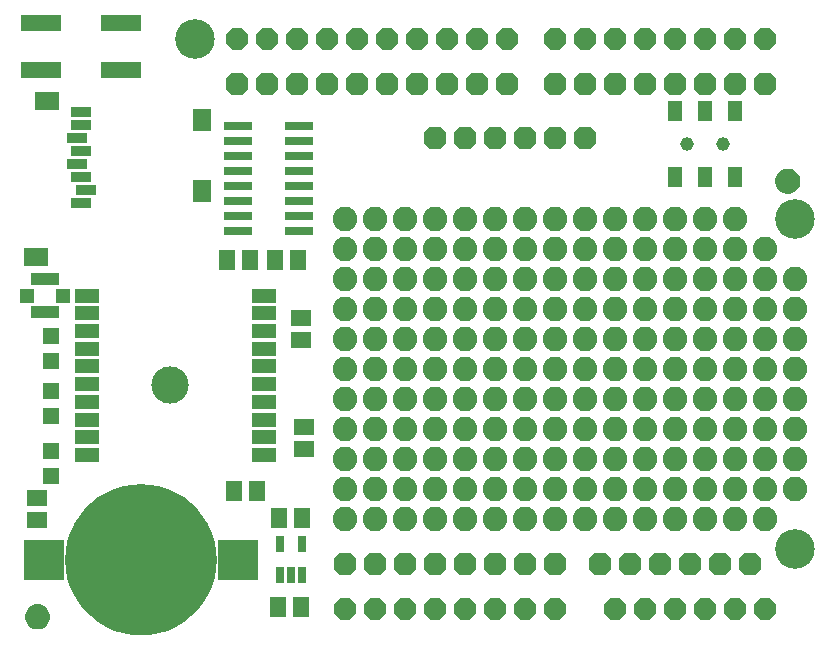
<source format=gbr>
G04 EAGLE Gerber RS-274X export*
G75*
%MOMM*%
%FSLAX34Y34*%
%LPD*%
%INSoldermask Top*%
%IPPOS*%
%AMOC8*
5,1,8,0,0,1.08239X$1,22.5*%
G01*
%ADD10C,3.352400*%
%ADD11R,2.152400X1.152400*%
%ADD12C,3.152400*%
%ADD13R,0.702400X1.352400*%
%ADD14R,1.352400X1.352400*%
%ADD15R,1.652400X1.452400*%
%ADD16R,1.452400X1.652400*%
%ADD17C,6.502400*%
%ADD18R,3.352400X3.352400*%
%ADD19R,2.352400X1.002400*%
%ADD20R,1.202400X1.152400*%
%ADD21R,3.352400X1.352400*%
%ADD22P,2.089446X8X292.500000*%
%ADD23P,2.089446X8X112.500000*%
%ADD24P,1.979475X8X22.500000*%
%ADD25R,2.352400X0.752400*%
%ADD26R,2.052400X1.552400*%
%ADD27R,1.552400X1.952400*%
%ADD28R,1.652400X0.852400*%
%ADD29R,1.152400X1.652400*%
%ADD30C,1.152400*%
%ADD31C,2.082800*%

G36*
X114372Y3640D02*
X114372Y3640D01*
X114404Y3648D01*
X114448Y3649D01*
X121991Y5031D01*
X122022Y5043D01*
X122065Y5050D01*
X129386Y7331D01*
X129415Y7346D01*
X129458Y7358D01*
X136450Y10505D01*
X136477Y10524D01*
X136518Y10541D01*
X143080Y14508D01*
X143105Y14530D01*
X143143Y14551D01*
X149179Y19280D01*
X149201Y19305D01*
X149237Y19331D01*
X154659Y24753D01*
X154678Y24780D01*
X154710Y24811D01*
X159439Y30847D01*
X159454Y30876D01*
X159482Y30910D01*
X163449Y37472D01*
X163461Y37503D01*
X163485Y37540D01*
X166632Y44532D01*
X166640Y44564D01*
X166659Y44604D01*
X168940Y51925D01*
X168944Y51957D01*
X168959Y51999D01*
X170341Y59542D01*
X170341Y59575D01*
X170350Y59618D01*
X170813Y67272D01*
X170809Y67304D01*
X170813Y67348D01*
X170350Y75002D01*
X170342Y75034D01*
X170341Y75078D01*
X168959Y82621D01*
X168947Y82652D01*
X168940Y82695D01*
X166659Y90016D01*
X166644Y90045D01*
X166632Y90088D01*
X163485Y97080D01*
X163466Y97107D01*
X163449Y97148D01*
X159482Y103710D01*
X159475Y103719D01*
X159472Y103726D01*
X159456Y103743D01*
X159439Y103773D01*
X154710Y109809D01*
X154685Y109831D01*
X154659Y109867D01*
X149237Y115289D01*
X149211Y115307D01*
X149210Y115308D01*
X149209Y115308D01*
X149179Y115340D01*
X143143Y120069D01*
X143114Y120084D01*
X143080Y120112D01*
X136518Y124079D01*
X136487Y124091D01*
X136450Y124115D01*
X129458Y127262D01*
X129426Y127270D01*
X129386Y127289D01*
X122065Y129570D01*
X122033Y129574D01*
X121991Y129589D01*
X114448Y130971D01*
X114415Y130971D01*
X114372Y130980D01*
X106718Y131443D01*
X106686Y131439D01*
X106642Y131443D01*
X98988Y130980D01*
X98956Y130972D01*
X98912Y130971D01*
X91369Y129589D01*
X91338Y129577D01*
X91295Y129570D01*
X83974Y127289D01*
X83945Y127274D01*
X83902Y127262D01*
X76910Y124115D01*
X76883Y124096D01*
X76842Y124079D01*
X70280Y120112D01*
X70255Y120091D01*
X70217Y120069D01*
X64181Y115340D01*
X64159Y115315D01*
X64123Y115289D01*
X58701Y109867D01*
X58682Y109840D01*
X58650Y109809D01*
X53921Y103773D01*
X53906Y103744D01*
X53878Y103710D01*
X49911Y97148D01*
X49899Y97117D01*
X49875Y97080D01*
X46728Y90088D01*
X46720Y90056D01*
X46701Y90016D01*
X44420Y82695D01*
X44416Y82663D01*
X44401Y82621D01*
X43019Y75078D01*
X43019Y75045D01*
X43010Y75002D01*
X42547Y67348D01*
X42551Y67316D01*
X42547Y67272D01*
X43010Y59618D01*
X43018Y59586D01*
X43019Y59542D01*
X44401Y51999D01*
X44413Y51968D01*
X44420Y51925D01*
X46701Y44604D01*
X46716Y44575D01*
X46728Y44532D01*
X49875Y37540D01*
X49894Y37513D01*
X49911Y37472D01*
X53878Y30910D01*
X53900Y30885D01*
X53921Y30847D01*
X58650Y24811D01*
X58675Y24789D01*
X58701Y24753D01*
X64123Y19331D01*
X64150Y19312D01*
X64181Y19280D01*
X70217Y14551D01*
X70246Y14536D01*
X70280Y14508D01*
X76842Y10541D01*
X76873Y10529D01*
X76910Y10505D01*
X83902Y7358D01*
X83934Y7350D01*
X83974Y7331D01*
X91295Y5050D01*
X91327Y5046D01*
X91369Y5031D01*
X98912Y3649D01*
X98945Y3649D01*
X98988Y3640D01*
X106642Y3177D01*
X106674Y3181D01*
X106718Y3177D01*
X114372Y3640D01*
G37*
G36*
X656072Y377320D02*
X656072Y377320D01*
X656115Y377332D01*
X656181Y377339D01*
X657864Y377790D01*
X657905Y377809D01*
X657968Y377828D01*
X659548Y378565D01*
X659585Y378591D01*
X659644Y378620D01*
X661072Y379620D01*
X661103Y379652D01*
X661156Y379691D01*
X662389Y380924D01*
X662414Y380960D01*
X662460Y381008D01*
X663460Y382436D01*
X663478Y382477D01*
X663515Y382532D01*
X664252Y384112D01*
X664263Y384155D01*
X664290Y384216D01*
X664741Y385899D01*
X664743Y385931D01*
X664750Y385952D01*
X664750Y385967D01*
X664760Y386008D01*
X664912Y387745D01*
X664908Y387789D01*
X664912Y387855D01*
X664760Y389592D01*
X664748Y389635D01*
X664741Y389701D01*
X664290Y391384D01*
X664271Y391425D01*
X664252Y391488D01*
X663515Y393068D01*
X663489Y393105D01*
X663460Y393164D01*
X662460Y394592D01*
X662428Y394623D01*
X662389Y394676D01*
X661156Y395909D01*
X661120Y395934D01*
X661072Y395980D01*
X659644Y396980D01*
X659603Y396998D01*
X659548Y397035D01*
X657968Y397772D01*
X657925Y397783D01*
X657864Y397810D01*
X656181Y398261D01*
X656136Y398264D01*
X656072Y398280D01*
X654335Y398432D01*
X654291Y398428D01*
X654225Y398432D01*
X652488Y398280D01*
X652445Y398268D01*
X652379Y398261D01*
X650696Y397810D01*
X650655Y397791D01*
X650592Y397772D01*
X649012Y397035D01*
X648975Y397009D01*
X648916Y396980D01*
X647488Y395980D01*
X647457Y395948D01*
X647404Y395909D01*
X646171Y394676D01*
X646146Y394640D01*
X646100Y394592D01*
X645100Y393164D01*
X645082Y393123D01*
X645045Y393068D01*
X644308Y391488D01*
X644297Y391445D01*
X644270Y391384D01*
X643819Y389701D01*
X643816Y389656D01*
X643800Y389592D01*
X643648Y387855D01*
X643652Y387811D01*
X643648Y387745D01*
X643800Y386008D01*
X643812Y385965D01*
X643816Y385931D01*
X643816Y385915D01*
X643818Y385910D01*
X643819Y385899D01*
X644270Y384216D01*
X644289Y384175D01*
X644308Y384112D01*
X645045Y382532D01*
X645071Y382495D01*
X645100Y382436D01*
X646100Y381008D01*
X646132Y380977D01*
X646171Y380924D01*
X647404Y379691D01*
X647440Y379666D01*
X647488Y379620D01*
X648916Y378620D01*
X648957Y378602D01*
X649012Y378565D01*
X650592Y377828D01*
X650635Y377817D01*
X650696Y377790D01*
X652379Y377339D01*
X652424Y377336D01*
X652488Y377320D01*
X654225Y377168D01*
X654269Y377172D01*
X654335Y377168D01*
X656072Y377320D01*
G37*
G36*
X20842Y8570D02*
X20842Y8570D01*
X20885Y8582D01*
X20951Y8589D01*
X22634Y9040D01*
X22675Y9059D01*
X22738Y9078D01*
X24318Y9815D01*
X24355Y9841D01*
X24414Y9870D01*
X25842Y10870D01*
X25873Y10902D01*
X25926Y10941D01*
X27159Y12174D01*
X27184Y12210D01*
X27230Y12258D01*
X28230Y13686D01*
X28248Y13727D01*
X28285Y13782D01*
X29022Y15362D01*
X29033Y15405D01*
X29060Y15466D01*
X29511Y17149D01*
X29513Y17181D01*
X29520Y17202D01*
X29520Y17217D01*
X29530Y17258D01*
X29682Y18995D01*
X29678Y19039D01*
X29682Y19105D01*
X29530Y20842D01*
X29518Y20885D01*
X29511Y20951D01*
X29060Y22634D01*
X29041Y22675D01*
X29022Y22738D01*
X28285Y24318D01*
X28259Y24355D01*
X28230Y24414D01*
X27230Y25842D01*
X27198Y25873D01*
X27159Y25926D01*
X25926Y27159D01*
X25890Y27184D01*
X25842Y27230D01*
X24414Y28230D01*
X24373Y28248D01*
X24318Y28285D01*
X22738Y29022D01*
X22695Y29033D01*
X22634Y29060D01*
X20951Y29511D01*
X20906Y29514D01*
X20842Y29530D01*
X19105Y29682D01*
X19061Y29678D01*
X18995Y29682D01*
X17258Y29530D01*
X17215Y29518D01*
X17149Y29511D01*
X15466Y29060D01*
X15425Y29041D01*
X15362Y29022D01*
X13782Y28285D01*
X13745Y28259D01*
X13686Y28230D01*
X12258Y27230D01*
X12227Y27198D01*
X12174Y27159D01*
X10941Y25926D01*
X10916Y25890D01*
X10870Y25842D01*
X9870Y24414D01*
X9852Y24373D01*
X9815Y24318D01*
X9078Y22738D01*
X9067Y22695D01*
X9040Y22634D01*
X8589Y20951D01*
X8586Y20906D01*
X8570Y20842D01*
X8418Y19105D01*
X8422Y19061D01*
X8418Y18995D01*
X8570Y17258D01*
X8582Y17215D01*
X8586Y17181D01*
X8586Y17165D01*
X8588Y17160D01*
X8589Y17149D01*
X9040Y15466D01*
X9059Y15425D01*
X9078Y15362D01*
X9815Y13782D01*
X9841Y13745D01*
X9870Y13686D01*
X10870Y12258D01*
X10902Y12227D01*
X10941Y12174D01*
X12174Y10941D01*
X12210Y10916D01*
X12258Y10870D01*
X13686Y9870D01*
X13727Y9852D01*
X13782Y9815D01*
X15362Y9078D01*
X15405Y9067D01*
X15466Y9040D01*
X17149Y8589D01*
X17194Y8586D01*
X17258Y8570D01*
X18995Y8418D01*
X19039Y8422D01*
X19105Y8418D01*
X20842Y8570D01*
G37*
D10*
X152400Y508000D03*
X660400Y355600D03*
X660400Y76200D03*
D11*
X210890Y156020D03*
X210890Y171020D03*
X210890Y186020D03*
X210890Y201020D03*
X210890Y216020D03*
X210890Y231020D03*
X210890Y246020D03*
X210890Y261020D03*
X210890Y276020D03*
X210890Y291020D03*
X60890Y291020D03*
X60890Y276020D03*
X60890Y261020D03*
X60890Y246020D03*
X60890Y231020D03*
X60890Y216020D03*
X60890Y201020D03*
X60890Y186020D03*
X60890Y171020D03*
X60890Y156020D03*
D12*
X130890Y215020D03*
D13*
X224420Y54309D03*
X233920Y54309D03*
X243420Y54309D03*
X243420Y80311D03*
X224420Y80311D03*
D14*
X30480Y256880D03*
X30480Y235880D03*
D15*
X242330Y253390D03*
X242330Y272390D03*
X245110Y160920D03*
X245110Y179920D03*
D16*
X223940Y102870D03*
X242940Y102870D03*
X185840Y125730D03*
X204840Y125730D03*
X241910Y26910D03*
X222910Y26910D03*
D17*
X106680Y67310D03*
D18*
X188934Y67310D03*
X24426Y67310D03*
D19*
X25400Y304580D03*
X25400Y277080D03*
D20*
X40650Y290830D03*
X10150Y290830D03*
D21*
X21880Y521650D03*
X89880Y521650D03*
X89880Y481650D03*
X21880Y481650D03*
D22*
X635000Y469900D03*
X609600Y469900D03*
X584200Y469900D03*
X558800Y469900D03*
X533400Y469900D03*
X508000Y469900D03*
X482600Y469900D03*
X457200Y469900D03*
D23*
X495300Y63500D03*
X520700Y63500D03*
X546100Y63500D03*
X571500Y63500D03*
X596900Y63500D03*
X622300Y63500D03*
D16*
X198730Y321310D03*
X179730Y321310D03*
D24*
X533400Y508000D03*
X508000Y25400D03*
X558800Y508000D03*
X584200Y508000D03*
X609600Y508000D03*
X635000Y508000D03*
X508000Y508000D03*
X482600Y508000D03*
X457200Y508000D03*
X416560Y508000D03*
X391160Y508000D03*
X365760Y508000D03*
X340360Y508000D03*
X314960Y508000D03*
X289560Y508000D03*
X264160Y508000D03*
X238760Y508000D03*
X533400Y25400D03*
X558800Y25400D03*
X584200Y25400D03*
X609600Y25400D03*
X635000Y25400D03*
X457200Y25400D03*
X431800Y25400D03*
X406400Y25400D03*
X381000Y25400D03*
X355600Y25400D03*
X330200Y25400D03*
X213360Y508000D03*
X187960Y508000D03*
X304800Y25400D03*
X279400Y25400D03*
D25*
X188630Y421640D03*
X240630Y396240D03*
X188630Y434340D03*
X188630Y408940D03*
X188630Y396240D03*
X240630Y408940D03*
X240630Y383540D03*
X240630Y370840D03*
X188630Y370840D03*
X240630Y345440D03*
X188630Y383540D03*
X188630Y358140D03*
X240630Y358140D03*
X188630Y345440D03*
X240630Y421640D03*
X240630Y434340D03*
D14*
X30480Y209890D03*
X30480Y188890D03*
D16*
X239370Y321310D03*
X220370Y321310D03*
D14*
X30480Y159090D03*
X30480Y138090D03*
D15*
X19050Y119990D03*
X19050Y100990D03*
D26*
X27160Y455740D03*
X18160Y323740D03*
D27*
X158160Y439740D03*
X158160Y379740D03*
D28*
X56160Y446740D03*
X56160Y435740D03*
X52160Y424740D03*
X56160Y413740D03*
X52160Y402740D03*
X56160Y391740D03*
X60160Y380740D03*
X56160Y369740D03*
D23*
X279400Y63500D03*
X304800Y63500D03*
X330200Y63500D03*
X355600Y63500D03*
X381000Y63500D03*
X406400Y63500D03*
X431800Y63500D03*
X457200Y63500D03*
D29*
X609200Y391100D03*
X584200Y391100D03*
X559200Y391100D03*
X559200Y447100D03*
X584200Y447100D03*
X609200Y447100D03*
D30*
X569200Y419100D03*
X599200Y419100D03*
D22*
X482600Y424180D03*
X457200Y424180D03*
X431800Y424180D03*
X406400Y424180D03*
X381000Y424180D03*
X355600Y424180D03*
D23*
X187960Y469900D03*
X213360Y469900D03*
X238760Y469900D03*
X264160Y469900D03*
X289560Y469900D03*
X314960Y469900D03*
X340360Y469900D03*
X365760Y469900D03*
X391160Y469900D03*
X416560Y469900D03*
D31*
X431800Y330200D03*
X482600Y330200D03*
X508000Y304800D03*
X482600Y304800D03*
X431800Y304800D03*
X406400Y304800D03*
X381000Y304800D03*
X355600Y304800D03*
X355600Y279400D03*
X381000Y279400D03*
X406400Y279400D03*
X431800Y279400D03*
X457200Y279400D03*
X482600Y279400D03*
X355600Y254000D03*
X381000Y254000D03*
X406400Y254000D03*
X431800Y254000D03*
X457200Y254000D03*
X482600Y254000D03*
X482600Y228600D03*
X457200Y228600D03*
X431800Y228600D03*
X406400Y228600D03*
X381000Y228600D03*
X355600Y203200D03*
X381000Y203200D03*
X406400Y203200D03*
X431800Y203200D03*
X457200Y203200D03*
X482600Y203200D03*
X355600Y177800D03*
X381000Y177800D03*
X406400Y177800D03*
X431800Y177800D03*
X457200Y177800D03*
X482600Y177800D03*
X508000Y177800D03*
X482600Y152400D03*
X457200Y152400D03*
X431800Y152400D03*
X406400Y152400D03*
X381000Y152400D03*
X355600Y152400D03*
X355600Y127000D03*
X381000Y127000D03*
X406400Y127000D03*
X431800Y127000D03*
X457200Y127000D03*
X482600Y127000D03*
X508000Y127000D03*
X355600Y228600D03*
X533400Y127000D03*
X533400Y101600D03*
X508000Y101600D03*
X533400Y152400D03*
X508000Y152400D03*
X533400Y177800D03*
X406400Y330200D03*
X355600Y330200D03*
X330200Y304800D03*
X330200Y279400D03*
X457200Y330200D03*
X457200Y304800D03*
X508000Y279400D03*
X533400Y254000D03*
X508000Y254000D03*
X533400Y228600D03*
X508000Y228600D03*
X508000Y203200D03*
X533400Y203200D03*
X533400Y279400D03*
X533400Y330200D03*
X508000Y330200D03*
X482600Y101600D03*
X457200Y101600D03*
X381000Y101600D03*
X355600Y101600D03*
X431800Y101600D03*
X406400Y101600D03*
X330200Y228600D03*
X330200Y203200D03*
X330200Y177800D03*
X330200Y152400D03*
X330200Y127000D03*
X330200Y101600D03*
X533400Y304800D03*
X330200Y254000D03*
X381000Y330200D03*
X330200Y330200D03*
X304800Y304800D03*
X304800Y279400D03*
X304800Y254000D03*
X304800Y228600D03*
X304800Y203200D03*
X304800Y177800D03*
X304800Y152400D03*
X304800Y127000D03*
X304800Y101600D03*
X279400Y127000D03*
X279400Y152400D03*
X279400Y177800D03*
X279400Y203200D03*
X279400Y228600D03*
X533400Y355600D03*
X508000Y355600D03*
X482600Y355600D03*
X457200Y355600D03*
X431800Y355600D03*
X406400Y355600D03*
X381000Y355600D03*
X355600Y355600D03*
X330200Y355600D03*
X304800Y355600D03*
X279400Y254000D03*
X279400Y355600D03*
X279400Y330200D03*
X279400Y304800D03*
X279400Y279400D03*
X279400Y101600D03*
X304800Y330200D03*
X584200Y330200D03*
X609600Y304800D03*
X584200Y304800D03*
X558800Y279400D03*
X584200Y279400D03*
X558800Y254000D03*
X584200Y254000D03*
X584200Y228600D03*
X558800Y228600D03*
X558800Y203200D03*
X584200Y203200D03*
X558800Y177800D03*
X584200Y177800D03*
X609600Y177800D03*
X584200Y152400D03*
X558800Y152400D03*
X558800Y127000D03*
X584200Y127000D03*
X609600Y127000D03*
X635000Y127000D03*
X635000Y101600D03*
X609600Y101600D03*
X635000Y152400D03*
X609600Y152400D03*
X635000Y177800D03*
X558800Y330200D03*
X558800Y304800D03*
X609600Y279400D03*
X635000Y254000D03*
X609600Y254000D03*
X635000Y228600D03*
X609600Y228600D03*
X609600Y203200D03*
X635000Y203200D03*
X635000Y279400D03*
X635000Y330200D03*
X609600Y330200D03*
X584200Y101600D03*
X558800Y101600D03*
X635000Y304800D03*
X609600Y355600D03*
X584200Y355600D03*
X558800Y355600D03*
X660400Y127000D03*
X660400Y152400D03*
X660400Y177800D03*
X660400Y254000D03*
X660400Y228600D03*
X660400Y203200D03*
X660400Y279400D03*
X660400Y304800D03*
M02*

</source>
